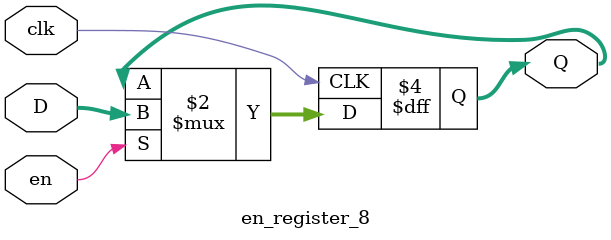
<source format=v>
module en_register_8(input wire [7:0] D, input wire clk, en, output reg [7:0] Q);

	always@(posedge clk) begin
		if (en)
			Q <= D;
	end
	
endmodule

</source>
